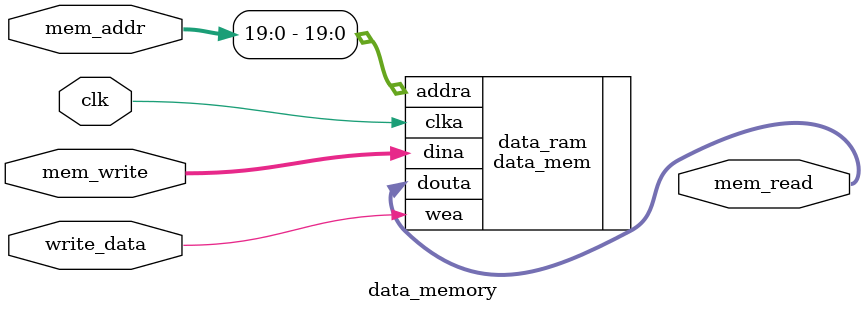
<source format=v>
`timescale 1ns / 1ps


module data_memory(
    clk, mem_addr, write_data, mem_write, mem_read
    );
    input clk;
    input [31:0] mem_addr; //in fact the max addr of memory is 20bits, allocate 32bits is to suit the bit-width of ALUResult
    input write_data;
    input [31:0] mem_write;
    output [31:0] mem_read;
    
    data_mem data_ram(.addra(mem_addr[19:0]), .clka(clk), .dina(mem_write), .douta(mem_read), .wea(write_data));
    
endmodule

</source>
